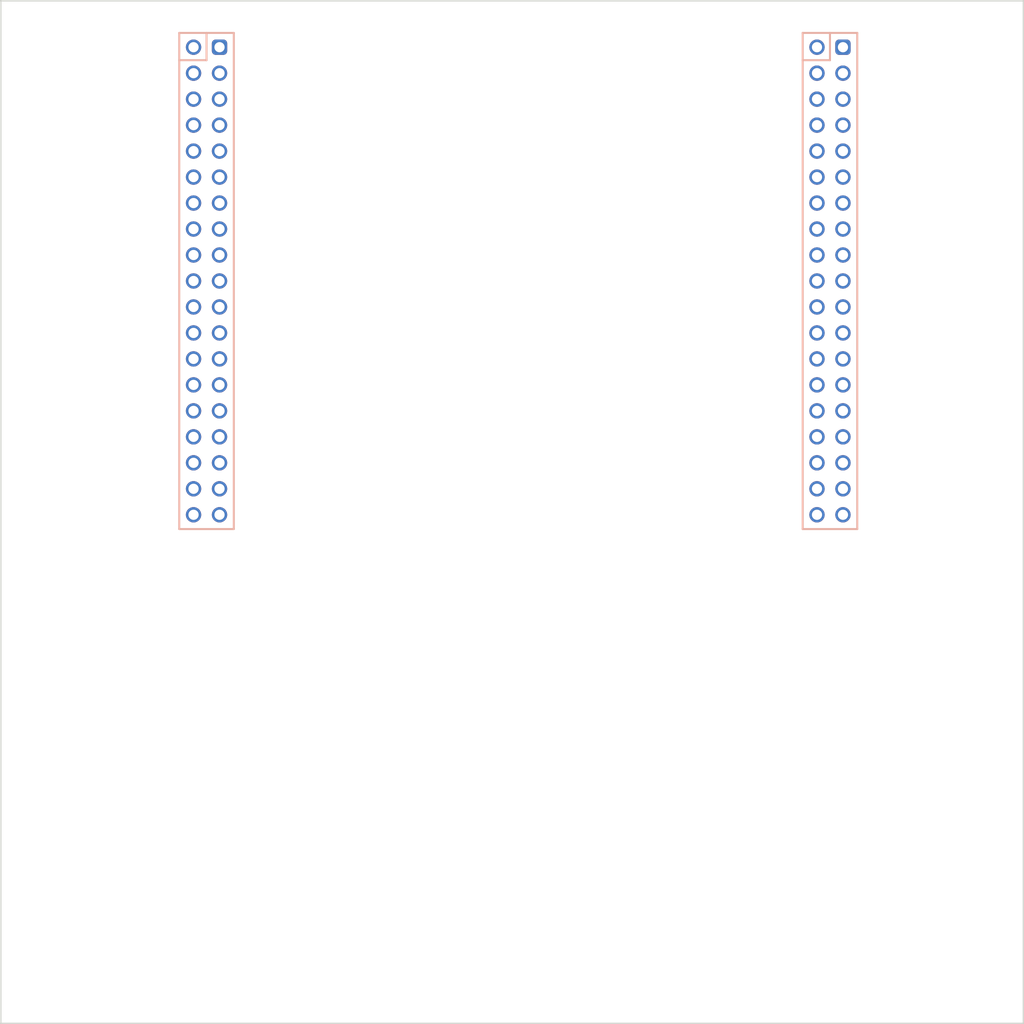
<source format=kicad_pcb>
(kicad_pcb (version 20241229) (generator "pcbnew") (generator_version "9.0")
  (layers (0 "F.Cu" signal) (2 "B.Cu" signal) (13 "F.Paste" user) (15 "B.Paste" user) (5 "F.SilkS" user "F.Silkscreen") (7 "B.SilkS" user "B.Silkscreen") (1 "F.Mask" user) (3 "B.Mask" user) (25 "Edge.Cuts" user))
  (net 0 "")
  (net 1 "AGND")
  (net 2 "+5V0")
  (net 5 "U5V")
  (net 10 "+3V3")
  (net 12 "PB15")
  (net 13 "PB14")
  (net 14 "PB13")
  (net 15 "PB12")
  (net 17 "PA9")
  (net 18 "PA10")
  (net 67 "PA0")
  (net 68 "PA1")
  (net 69 "PA2")
  (net 70 "PA3")
  (net 71 "PA11")
  (net 72 "PA12")
  (footprint "CONNFLY:DS1023-04-2X19A11" (layer "B.Cu") (at 122.72 66.8 -90)
    (property "Reference" "X3" (hide yes))
    (property "Value" "ST-MORPHO-CN7")
    (fp_line (start -24.257 2.667) (end 24.257 2.667) (stroke (width 0.2)) (layer "B.SilkS"))
    (fp_line (start -24.257 2.667) (end -24.257 -2.667) (stroke (width 0.2)) (layer "B.SilkS"))
    (fp_line (start -21.59 2.667) (end -21.59 0) (stroke (width 0.2)) (layer "B.SilkS"))
    (fp_line (start 24.257 2.667) (end 24.257 -2.667) (stroke (width 0.2)) (layer "B.SilkS"))
    (fp_line (start -21.59 0) (end -24.257 0) (stroke (width 0.2)) (layer "B.SilkS"))
    (fp_line (start -24.257 -2.667) (end 24.257 -2.667) (stroke (width 0.2)) (layer "B.SilkS"))
    (pad "1" thru_hole circle (at -22.86 1.27 270) (size 1.5 1.5) (drill 1) (layers "*.Cu" "*.Mask"))
    (pad "2" thru_hole roundrect (at -22.86 -1.27 270) (size 1.5 1.5) (drill 1) (layers "*.Cu" "*.Mask"))
    (pad "3" thru_hole circle (at -20.32 1.27 270) (size 1.5 1.5) (drill 1) (layers "*.Cu" "*.Mask"))
    (pad "4" thru_hole circle (at -20.32 -1.27 270) (size 1.5 1.5) (drill 1) (layers "*.Cu" "*.Mask"))
    (pad "5" thru_hole circle (at -17.78 1.27 270) (size 1.5 1.5) (drill 1) (layers "*.Cu" "*.Mask"))
    (pad "6" thru_hole circle (at -17.78 -1.27 270) (size 1.5 1.5) (drill 1) (layers "*.Cu" "*.Mask") (net 2 "+5V0"))
    (pad "7" thru_hole circle (at -15.24 1.27 270) (size 1.5 1.5) (drill 1) (layers "*.Cu" "*.Mask"))
    (pad "8" thru_hole circle (at -15.24 -1.27 270) (size 1.5 1.5) (drill 1) (layers "*.Cu" "*.Mask") (net 1 "AGND"))
    (pad "9" thru_hole circle (at -12.7 1.27 270) (size 1.5 1.5) (drill 1) (layers "*.Cu" "*.Mask"))
    (pad "10" thru_hole circle (at -12.7 -1.27 270) (size 1.5 1.5) (drill 1) (layers "*.Cu" "*.Mask"))
    (pad "11" thru_hole circle (at -10.16 1.27 270) (size 1.5 1.5) (drill 1) (layers "*.Cu" "*.Mask"))
    (pad "12" thru_hole circle (at -10.16 -1.27 270) (size 1.5 1.5) (drill 1) (layers "*.Cu" "*.Mask"))
    (pad "13" thru_hole circle (at -7.62 1.27 270) (size 1.5 1.5) (drill 1) (layers "*.Cu" "*.Mask"))
    (pad "14" thru_hole circle (at -7.62 -1.27 270) (size 1.5 1.5) (drill 1) (layers "*.Cu" "*.Mask"))
    (pad "15" thru_hole circle (at -5.08 1.27 270) (size 1.5 1.5) (drill 1) (layers "*.Cu" "*.Mask"))
    (pad "16" thru_hole circle (at -5.08 -1.27 270) (size 1.5 1.5) (drill 1) (layers "*.Cu" "*.Mask") (net 10 "+3V3"))
    (pad "17" thru_hole circle (at -2.54 1.27 270) (size 1.5 1.5) (drill 1) (layers "*.Cu" "*.Mask"))
    (pad "18" thru_hole circle (at -2.54 -1.27 270) (size 1.5 1.5) (drill 1) (layers "*.Cu" "*.Mask"))
    (pad "19" thru_hole circle (at 0 1.27 270) (size 1.5 1.5) (drill 1) (layers "*.Cu" "*.Mask"))
    (pad "20" thru_hole circle (at 0 -1.27 270) (size 1.5 1.5) (drill 1) (layers "*.Cu" "*.Mask") (net 1 "AGND"))
    (pad "21" thru_hole circle (at 2.54 1.27 270) (size 1.5 1.5) (drill 1) (layers "*.Cu" "*.Mask"))
    (pad "22" thru_hole circle (at 2.54 -1.27 270) (size 1.5 1.5) (drill 1) (layers "*.Cu" "*.Mask") (net 1 "AGND"))
    (pad "23" thru_hole circle (at 5.08 1.27 270) (size 1.5 1.5) (drill 1) (layers "*.Cu" "*.Mask"))
    (pad "24" thru_hole circle (at 5.08 -1.27 270) (size 1.5 1.5) (drill 1) (layers "*.Cu" "*.Mask"))
    (pad "25" thru_hole circle (at 7.62 1.27 270) (size 1.5 1.5) (drill 1) (layers "*.Cu" "*.Mask"))
    (pad "26" thru_hole circle (at 7.62 -1.27 270) (size 1.5 1.5) (drill 1) (layers "*.Cu" "*.Mask"))
    (pad "27" thru_hole circle (at 10.16 1.27 270) (size 1.5 1.5) (drill 1) (layers "*.Cu" "*.Mask"))
    (pad "28" thru_hole circle (at 10.16 -1.27 270) (size 1.5 1.5) (drill 1) (layers "*.Cu" "*.Mask") (net 67 "PA0"))
    (pad "29" thru_hole circle (at 12.7 1.27 270) (size 1.5 1.5) (drill 1) (layers "*.Cu" "*.Mask"))
    (pad "30" thru_hole circle (at 12.7 -1.27 270) (size 1.5 1.5) (drill 1) (layers "*.Cu" "*.Mask") (net 68 "PA1"))
    (pad "31" thru_hole circle (at 15.24 1.27 270) (size 1.5 1.5) (drill 1) (layers "*.Cu" "*.Mask"))
    (pad "32" thru_hole circle (at 15.24 -1.27 270) (size 1.5 1.5) (drill 1) (layers "*.Cu" "*.Mask"))
    (pad "33" thru_hole circle (at 17.78 1.27 270) (size 1.5 1.5) (drill 1) (layers "*.Cu" "*.Mask"))
    (pad "34" thru_hole circle (at 17.78 -1.27 270) (size 1.5 1.5) (drill 1) (layers "*.Cu" "*.Mask"))
    (pad "35" thru_hole circle (at 20.32 1.27 270) (size 1.5 1.5) (drill 1) (layers "*.Cu" "*.Mask"))
    (pad "36" thru_hole circle (at 20.32 -1.27 270) (size 1.5 1.5) (drill 1) (layers "*.Cu" "*.Mask"))
    (pad "37" thru_hole circle (at 22.86 1.27 270) (size 1.5 1.5) (drill 1) (layers "*.Cu" "*.Mask"))
    (pad "38" thru_hole circle (at 22.86 -1.27 270) (size 1.5 1.5) (drill 1) (layers "*.Cu" "*.Mask"))
  )
  (footprint "CONNFLY:DS1023-04-2X19A11" (layer "B.Cu") (at 183.68 66.8 -90)
    (property "Reference" "X4" (hide yes))
    (property "Value" "ST-MORPHO-CN10")
    (fp_line (start -24.257 2.667) (end 24.257 2.667) (stroke (width 0.2)) (layer "B.SilkS"))
    (fp_line (start -24.257 2.667) (end -24.257 -2.667) (stroke (width 0.2)) (layer "B.SilkS"))
    (fp_line (start -21.59 2.667) (end -21.59 0) (stroke (width 0.2)) (layer "B.SilkS"))
    (fp_line (start 24.257 2.667) (end 24.257 -2.667) (stroke (width 0.2)) (layer "B.SilkS"))
    (fp_line (start -21.59 0) (end -24.257 0) (stroke (width 0.2)) (layer "B.SilkS"))
    (fp_line (start -24.257 -2.667) (end 24.257 -2.667) (stroke (width 0.2)) (layer "B.SilkS"))
    (pad "1" thru_hole circle (at -22.86 1.27 270) (size 1.5 1.5) (drill 1) (layers "*.Cu" "*.Mask"))
    (pad "2" thru_hole roundrect (at -22.86 -1.27 270) (size 1.5 1.5) (drill 1) (layers "*.Cu" "*.Mask"))
    (pad "3" thru_hole circle (at -20.32 1.27 270) (size 1.5 1.5) (drill 1) (layers "*.Cu" "*.Mask"))
    (pad "4" thru_hole circle (at -20.32 -1.27 270) (size 1.5 1.5) (drill 1) (layers "*.Cu" "*.Mask"))
    (pad "5" thru_hole circle (at -17.78 1.27 270) (size 1.5 1.5) (drill 1) (layers "*.Cu" "*.Mask"))
    (pad "6" thru_hole circle (at -17.78 -1.27 270) (size 1.5 1.5) (drill 1) (layers "*.Cu" "*.Mask"))
    (pad "7" thru_hole circle (at -15.24 1.27 270) (size 1.5 1.5) (drill 1) (layers "*.Cu" "*.Mask"))
    (pad "8" thru_hole circle (at -15.24 -1.27 270) (size 1.5 1.5) (drill 1) (layers "*.Cu" "*.Mask") (net 5 "U5V"))
    (pad "9" thru_hole circle (at -12.7 1.27 270) (size 1.5 1.5) (drill 1) (layers "*.Cu" "*.Mask") (net 1 "AGND"))
    (pad "10" thru_hole circle (at -12.7 -1.27 270) (size 1.5 1.5) (drill 1) (layers "*.Cu" "*.Mask"))
    (pad "11" thru_hole circle (at -10.16 1.27 270) (size 1.5 1.5) (drill 1) (layers "*.Cu" "*.Mask"))
    (pad "12" thru_hole circle (at -10.16 -1.27 270) (size 1.5 1.5) (drill 1) (layers "*.Cu" "*.Mask") (net 72 "PA12"))
    (pad "13" thru_hole circle (at -7.62 1.27 270) (size 1.5 1.5) (drill 1) (layers "*.Cu" "*.Mask"))
    (pad "14" thru_hole circle (at -7.62 -1.27 270) (size 1.5 1.5) (drill 1) (layers "*.Cu" "*.Mask") (net 71 "PA11"))
    (pad "15" thru_hole circle (at -5.08 1.27 270) (size 1.5 1.5) (drill 1) (layers "*.Cu" "*.Mask"))
    (pad "16" thru_hole circle (at -5.08 -1.27 270) (size 1.5 1.5) (drill 1) (layers "*.Cu" "*.Mask") (net 15 "PB12"))
    (pad "17" thru_hole circle (at -2.54 1.27 270) (size 1.5 1.5) (drill 1) (layers "*.Cu" "*.Mask"))
    (pad "18" thru_hole circle (at -2.54 -1.27 270) (size 1.5 1.5) (drill 1) (layers "*.Cu" "*.Mask"))
    (pad "19" thru_hole circle (at 0 1.27 270) (size 1.5 1.5) (drill 1) (layers "*.Cu" "*.Mask"))
    (pad "20" thru_hole circle (at 0 -1.27 270) (size 1.5 1.5) (drill 1) (layers "*.Cu" "*.Mask") (net 1 "AGND"))
    (pad "21" thru_hole circle (at 2.54 1.27 270) (size 1.5 1.5) (drill 1) (layers "*.Cu" "*.Mask") (net 17 "PA9"))
    (pad "22" thru_hole circle (at 2.54 -1.27 270) (size 1.5 1.5) (drill 1) (layers "*.Cu" "*.Mask"))
    (pad "23" thru_hole circle (at 5.08 1.27 270) (size 1.5 1.5) (drill 1) (layers "*.Cu" "*.Mask"))
    (pad "24" thru_hole circle (at 5.08 -1.27 270) (size 1.5 1.5) (drill 1) (layers "*.Cu" "*.Mask"))
    (pad "25" thru_hole circle (at 7.62 1.27 270) (size 1.5 1.5) (drill 1) (layers "*.Cu" "*.Mask"))
    (pad "26" thru_hole circle (at 7.62 -1.27 270) (size 1.5 1.5) (drill 1) (layers "*.Cu" "*.Mask") (net 12 "PB15"))
    (pad "27" thru_hole circle (at 10.16 1.27 270) (size 1.5 1.5) (drill 1) (layers "*.Cu" "*.Mask"))
    (pad "28" thru_hole circle (at 10.16 -1.27 270) (size 1.5 1.5) (drill 1) (layers "*.Cu" "*.Mask") (net 13 "PB14"))
    (pad "29" thru_hole circle (at 12.7 1.27 270) (size 1.5 1.5) (drill 1) (layers "*.Cu" "*.Mask"))
    (pad "30" thru_hole circle (at 12.7 -1.27 270) (size 1.5 1.5) (drill 1) (layers "*.Cu" "*.Mask") (net 14 "PB13"))
    (pad "31" thru_hole circle (at 15.24 1.27 270) (size 1.5 1.5) (drill 1) (layers "*.Cu" "*.Mask"))
    (pad "32" thru_hole circle (at 15.24 -1.27 270) (size 1.5 1.5) (drill 1) (layers "*.Cu" "*.Mask"))
    (pad "33" thru_hole circle (at 17.78 1.27 270) (size 1.5 1.5) (drill 1) (layers "*.Cu" "*.Mask") (net 18 "PA10"))
    (pad "34" thru_hole circle (at 17.78 -1.27 270) (size 1.5 1.5) (drill 1) (layers "*.Cu" "*.Mask"))
    (pad "35" thru_hole circle (at 20.32 1.27 270) (size 1.5 1.5) (drill 1) (layers "*.Cu" "*.Mask") (net 69 "PA2"))
    (pad "36" thru_hole circle (at 20.32 -1.27 270) (size 1.5 1.5) (drill 1) (layers "*.Cu" "*.Mask"))
    (pad "37" thru_hole circle (at 22.86 1.27 270) (size 1.5 1.5) (drill 1) (layers "*.Cu" "*.Mask") (net 70 "PA3"))
    (pad "38" thru_hole circle (at 22.86 -1.27 270) (size 1.5 1.5) (drill 1) (layers "*.Cu" "*.Mask"))
  )
  (gr_rect (start 102.6 39.4) (end 202.6 139.4) (stroke (width 0.15)) (fill no) (layer "Edge.Cuts"))
)
</source>
